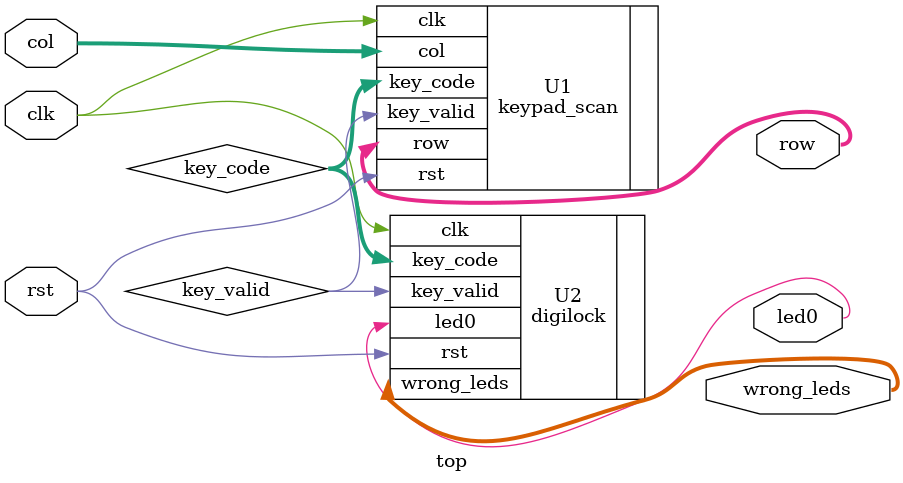
<source format=v>
`timescale 1ns / 1ps

module top(
    input clk,
    input rst,
    input [3:0] col,
    output [3:0] row,
    output led0,
    output [2:0] wrong_leds
);

    wire [3:0] key_code;
    wire key_valid;

    keypad_scan U1 (
        .clk(clk),
        .rst(rst),
        .col(col),
        .row(row),
        .key_code(key_code),
        .key_valid(key_valid)
    );

    digilock U2 (
        .clk(clk),
        .rst(rst),
        .key_valid(key_valid),
        .key_code(key_code),
        .led0(led0),
        .wrong_leds(wrong_leds)
    );
endmodule

</source>
